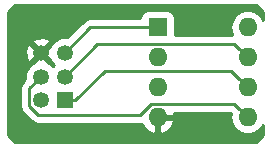
<source format=gbr>
G04 #@! TF.GenerationSoftware,KiCad,Pcbnew,(5.0.0)*
G04 #@! TF.CreationDate,2018-10-11T09:42:50+01:00*
G04 #@! TF.ProjectId,scroll,7363726F6C6C2E6B696361645F706362,rev?*
G04 #@! TF.SameCoordinates,Original*
G04 #@! TF.FileFunction,Copper,L1,Top,Signal*
G04 #@! TF.FilePolarity,Positive*
%FSLAX46Y46*%
G04 Gerber Fmt 4.6, Leading zero omitted, Abs format (unit mm)*
G04 Created by KiCad (PCBNEW (5.0.0)) date 10/11/18 09:42:50*
%MOMM*%
%LPD*%
G01*
G04 APERTURE LIST*
G04 #@! TA.AperFunction,ComponentPad*
%ADD10C,1.350000*%
G04 #@! TD*
G04 #@! TA.AperFunction,ComponentPad*
%ADD11R,1.350000X1.350000*%
G04 #@! TD*
G04 #@! TA.AperFunction,ComponentPad*
%ADD12O,1.600000X1.600000*%
G04 #@! TD*
G04 #@! TA.AperFunction,ComponentPad*
%ADD13R,1.600000X1.600000*%
G04 #@! TD*
G04 #@! TA.AperFunction,Conductor*
%ADD14C,0.250000*%
G04 #@! TD*
G04 #@! TA.AperFunction,Conductor*
%ADD15C,0.254000*%
G04 #@! TD*
G04 APERTURE END LIST*
D10*
G04 #@! TO.P,J1,6*
G04 #@! TO.N,GND*
X125500000Y-90750000D03*
G04 #@! TO.P,J1,4*
G04 #@! TO.N,MOSI*
X125500000Y-92750000D03*
G04 #@! TO.P,J1,2*
G04 #@! TO.N,+3V3*
X125500000Y-94750000D03*
G04 #@! TO.P,J1,5*
G04 #@! TO.N,RESET*
X127500000Y-90750000D03*
G04 #@! TO.P,J1,3*
G04 #@! TO.N,SCK*
X127500000Y-92750000D03*
D11*
G04 #@! TO.P,J1,1*
G04 #@! TO.N,MISO*
X127500000Y-94750000D03*
G04 #@! TD*
D12*
G04 #@! TO.P,U1,8*
G04 #@! TO.N,+3V3*
X142995001Y-88575001D03*
G04 #@! TO.P,U1,4*
G04 #@! TO.N,GND*
X135375001Y-96195001D03*
G04 #@! TO.P,U1,7*
G04 #@! TO.N,SCK*
X142995001Y-91115001D03*
G04 #@! TO.P,U1,3*
G04 #@! TO.N,Net-(U1-Pad3)*
X135375001Y-93655001D03*
G04 #@! TO.P,U1,6*
G04 #@! TO.N,MISO*
X142995001Y-93655001D03*
G04 #@! TO.P,U1,2*
G04 #@! TO.N,Net-(U1-Pad2)*
X135375001Y-91115001D03*
G04 #@! TO.P,U1,5*
G04 #@! TO.N,MOSI*
X142995001Y-96195001D03*
D13*
G04 #@! TO.P,U1,1*
G04 #@! TO.N,RESET*
X135375001Y-88575001D03*
G04 #@! TD*
D14*
G04 #@! TO.N,MISO*
X142195002Y-92855002D02*
X142995001Y-93655001D01*
X141580002Y-92240002D02*
X142195002Y-92855002D01*
X130934998Y-92240002D02*
X141580002Y-92240002D01*
X128425000Y-94750000D02*
X130934998Y-92240002D01*
X127500000Y-94750000D02*
X128425000Y-94750000D01*
G04 #@! TO.N,SCK*
X142195002Y-90315002D02*
X142995001Y-91115001D01*
X141870000Y-89990000D02*
X142195002Y-90315002D01*
X130260000Y-89990000D02*
X141870000Y-89990000D01*
X127500000Y-92750000D02*
X130260000Y-89990000D01*
G04 #@! TO.N,MOSI*
X124499999Y-95230001D02*
X125269998Y-96000000D01*
X125500000Y-92750000D02*
X124499999Y-93750001D01*
X124499999Y-93750001D02*
X124499999Y-95230001D01*
X142195002Y-95395002D02*
X142995001Y-96195001D01*
X141870000Y-95070000D02*
X142195002Y-95395002D01*
X134835000Y-95070000D02*
X141870000Y-95070000D01*
X133905000Y-96000000D02*
X134835000Y-95070000D01*
X125269998Y-96000000D02*
X133905000Y-96000000D01*
G04 #@! TO.N,RESET*
X129674999Y-88575001D02*
X135375001Y-88575001D01*
X127500000Y-90750000D02*
X129674999Y-88575001D01*
G04 #@! TD*
D15*
G04 #@! TO.N,GND*
G36*
X144290000Y-87294092D02*
X144290000Y-87930173D01*
X144029578Y-87540424D01*
X143554910Y-87223261D01*
X143136334Y-87140001D01*
X142853668Y-87140001D01*
X142435092Y-87223261D01*
X141960424Y-87540424D01*
X141643261Y-88015092D01*
X141531888Y-88575001D01*
X141643261Y-89134910D01*
X141706798Y-89230000D01*
X136822441Y-89230000D01*
X136822441Y-87775001D01*
X136773158Y-87527236D01*
X136632810Y-87317192D01*
X136422766Y-87176844D01*
X136175001Y-87127561D01*
X134575001Y-87127561D01*
X134327236Y-87176844D01*
X134117192Y-87317192D01*
X133976844Y-87527236D01*
X133927561Y-87775001D01*
X133927561Y-87815001D01*
X129749845Y-87815001D01*
X129674998Y-87800113D01*
X129600151Y-87815001D01*
X129600147Y-87815001D01*
X129378462Y-87859097D01*
X129127070Y-88027072D01*
X129084670Y-88090528D01*
X127735199Y-89440000D01*
X127239425Y-89440000D01*
X126757945Y-89639436D01*
X126389436Y-90007945D01*
X126366650Y-90062955D01*
X125679605Y-90750000D01*
X126366650Y-91437045D01*
X126389436Y-91492055D01*
X126647381Y-91750000D01*
X126500000Y-91897381D01*
X126242055Y-91639436D01*
X126187045Y-91616650D01*
X125500000Y-90929605D01*
X124812955Y-91616650D01*
X124757945Y-91639436D01*
X124389436Y-92007945D01*
X124190000Y-92489425D01*
X124190000Y-92985199D01*
X124015529Y-93159670D01*
X123952070Y-93202072D01*
X123784095Y-93453465D01*
X123739999Y-93675150D01*
X123739999Y-93675154D01*
X123725111Y-93750001D01*
X123739999Y-93824848D01*
X123740000Y-95155150D01*
X123725111Y-95230001D01*
X123784096Y-95526538D01*
X123907034Y-95710527D01*
X123952071Y-95777930D01*
X124015527Y-95820330D01*
X124679669Y-96484473D01*
X124722069Y-96547929D01*
X124973461Y-96715904D01*
X125195146Y-96760000D01*
X125195150Y-96760000D01*
X125269997Y-96774888D01*
X125344844Y-96760000D01*
X133830153Y-96760000D01*
X133905000Y-96774888D01*
X133979847Y-96760000D01*
X133979852Y-96760000D01*
X134065489Y-96742966D01*
X134143960Y-96932424D01*
X134519867Y-97347390D01*
X135025960Y-97586915D01*
X135248001Y-97465630D01*
X135248001Y-96322001D01*
X135502001Y-96322001D01*
X135502001Y-97465630D01*
X135724042Y-97586915D01*
X136230135Y-97347390D01*
X136606042Y-96932424D01*
X136766905Y-96544040D01*
X136644916Y-96322001D01*
X135502001Y-96322001D01*
X135248001Y-96322001D01*
X135228001Y-96322001D01*
X135228001Y-96068001D01*
X135248001Y-96068001D01*
X135248001Y-96048001D01*
X135502001Y-96048001D01*
X135502001Y-96068001D01*
X136644916Y-96068001D01*
X136766905Y-95845962D01*
X136760294Y-95830000D01*
X141555199Y-95830000D01*
X141596313Y-95871114D01*
X141531888Y-96195001D01*
X141643261Y-96754910D01*
X141960424Y-97229578D01*
X142435092Y-97546741D01*
X142853668Y-97630001D01*
X143136334Y-97630001D01*
X143554910Y-97546741D01*
X144029578Y-97229578D01*
X144290001Y-96839828D01*
X144290001Y-97705908D01*
X143705910Y-98290000D01*
X123294092Y-98290000D01*
X122710000Y-97705910D01*
X122710000Y-90563100D01*
X124177478Y-90563100D01*
X124206625Y-91083434D01*
X124349672Y-91428781D01*
X124582853Y-91487542D01*
X125320395Y-90750000D01*
X124582853Y-90012458D01*
X124349672Y-90071219D01*
X124177478Y-90563100D01*
X122710000Y-90563100D01*
X122710000Y-89832853D01*
X124762458Y-89832853D01*
X125500000Y-90570395D01*
X126237542Y-89832853D01*
X126178781Y-89599672D01*
X125686900Y-89427478D01*
X125166566Y-89456625D01*
X124821219Y-89599672D01*
X124762458Y-89832853D01*
X122710000Y-89832853D01*
X122710000Y-87294090D01*
X123294092Y-86710000D01*
X143705910Y-86710000D01*
X144290000Y-87294092D01*
X144290000Y-87294092D01*
G37*
X144290000Y-87294092D02*
X144290000Y-87930173D01*
X144029578Y-87540424D01*
X143554910Y-87223261D01*
X143136334Y-87140001D01*
X142853668Y-87140001D01*
X142435092Y-87223261D01*
X141960424Y-87540424D01*
X141643261Y-88015092D01*
X141531888Y-88575001D01*
X141643261Y-89134910D01*
X141706798Y-89230000D01*
X136822441Y-89230000D01*
X136822441Y-87775001D01*
X136773158Y-87527236D01*
X136632810Y-87317192D01*
X136422766Y-87176844D01*
X136175001Y-87127561D01*
X134575001Y-87127561D01*
X134327236Y-87176844D01*
X134117192Y-87317192D01*
X133976844Y-87527236D01*
X133927561Y-87775001D01*
X133927561Y-87815001D01*
X129749845Y-87815001D01*
X129674998Y-87800113D01*
X129600151Y-87815001D01*
X129600147Y-87815001D01*
X129378462Y-87859097D01*
X129127070Y-88027072D01*
X129084670Y-88090528D01*
X127735199Y-89440000D01*
X127239425Y-89440000D01*
X126757945Y-89639436D01*
X126389436Y-90007945D01*
X126366650Y-90062955D01*
X125679605Y-90750000D01*
X126366650Y-91437045D01*
X126389436Y-91492055D01*
X126647381Y-91750000D01*
X126500000Y-91897381D01*
X126242055Y-91639436D01*
X126187045Y-91616650D01*
X125500000Y-90929605D01*
X124812955Y-91616650D01*
X124757945Y-91639436D01*
X124389436Y-92007945D01*
X124190000Y-92489425D01*
X124190000Y-92985199D01*
X124015529Y-93159670D01*
X123952070Y-93202072D01*
X123784095Y-93453465D01*
X123739999Y-93675150D01*
X123739999Y-93675154D01*
X123725111Y-93750001D01*
X123739999Y-93824848D01*
X123740000Y-95155150D01*
X123725111Y-95230001D01*
X123784096Y-95526538D01*
X123907034Y-95710527D01*
X123952071Y-95777930D01*
X124015527Y-95820330D01*
X124679669Y-96484473D01*
X124722069Y-96547929D01*
X124973461Y-96715904D01*
X125195146Y-96760000D01*
X125195150Y-96760000D01*
X125269997Y-96774888D01*
X125344844Y-96760000D01*
X133830153Y-96760000D01*
X133905000Y-96774888D01*
X133979847Y-96760000D01*
X133979852Y-96760000D01*
X134065489Y-96742966D01*
X134143960Y-96932424D01*
X134519867Y-97347390D01*
X135025960Y-97586915D01*
X135248001Y-97465630D01*
X135248001Y-96322001D01*
X135502001Y-96322001D01*
X135502001Y-97465630D01*
X135724042Y-97586915D01*
X136230135Y-97347390D01*
X136606042Y-96932424D01*
X136766905Y-96544040D01*
X136644916Y-96322001D01*
X135502001Y-96322001D01*
X135248001Y-96322001D01*
X135228001Y-96322001D01*
X135228001Y-96068001D01*
X135248001Y-96068001D01*
X135248001Y-96048001D01*
X135502001Y-96048001D01*
X135502001Y-96068001D01*
X136644916Y-96068001D01*
X136766905Y-95845962D01*
X136760294Y-95830000D01*
X141555199Y-95830000D01*
X141596313Y-95871114D01*
X141531888Y-96195001D01*
X141643261Y-96754910D01*
X141960424Y-97229578D01*
X142435092Y-97546741D01*
X142853668Y-97630001D01*
X143136334Y-97630001D01*
X143554910Y-97546741D01*
X144029578Y-97229578D01*
X144290001Y-96839828D01*
X144290001Y-97705908D01*
X143705910Y-98290000D01*
X123294092Y-98290000D01*
X122710000Y-97705910D01*
X122710000Y-90563100D01*
X124177478Y-90563100D01*
X124206625Y-91083434D01*
X124349672Y-91428781D01*
X124582853Y-91487542D01*
X125320395Y-90750000D01*
X124582853Y-90012458D01*
X124349672Y-90071219D01*
X124177478Y-90563100D01*
X122710000Y-90563100D01*
X122710000Y-89832853D01*
X124762458Y-89832853D01*
X125500000Y-90570395D01*
X126237542Y-89832853D01*
X126178781Y-89599672D01*
X125686900Y-89427478D01*
X125166566Y-89456625D01*
X124821219Y-89599672D01*
X124762458Y-89832853D01*
X122710000Y-89832853D01*
X122710000Y-87294090D01*
X123294092Y-86710000D01*
X143705910Y-86710000D01*
X144290000Y-87294092D01*
G04 #@! TD*
M02*

</source>
